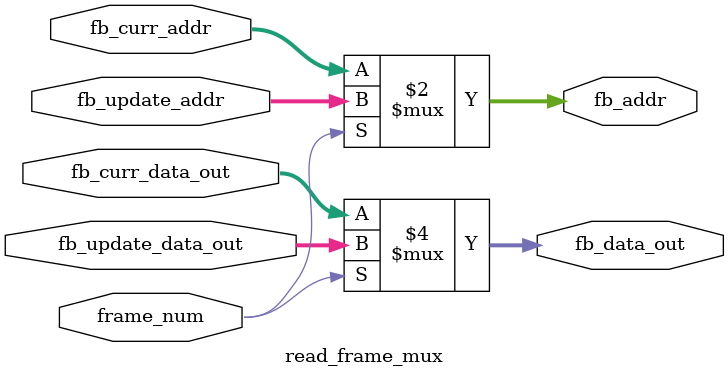
<source format=sv>
module read_frame_mux (input frame_num, 
							  input logic [17:0] fb_curr_addr, fb_update_addr,
							  input logic [7:0] fb_curr_data_out, fb_update_data_out,
							  output logic [17:0] fb_addr,
							  output logic [7:0] fb_data_out
);
	assign fb_addr = (frame_num == 0) ? fb_curr_addr : fb_update_addr;
	assign fb_data_out = (frame_num == 0) ? fb_curr_data_out : fb_update_data_out;

endmodule

</source>
